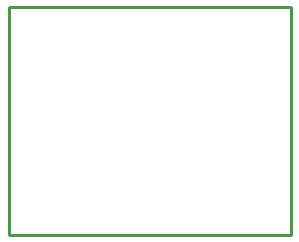
<source format=gbr>
G04 EAGLE Gerber RS-274X export*
G75*
%MOMM*%
%FSLAX34Y34*%
%LPD*%
%IN*%
%IPPOS*%
%AMOC8*
5,1,8,0,0,1.08239X$1,22.5*%
G01*
%ADD10C,0.254000*%


D10*
X0Y0D02*
X238760Y0D01*
X238760Y193040D01*
X0Y193040D01*
X0Y0D01*
M02*

</source>
